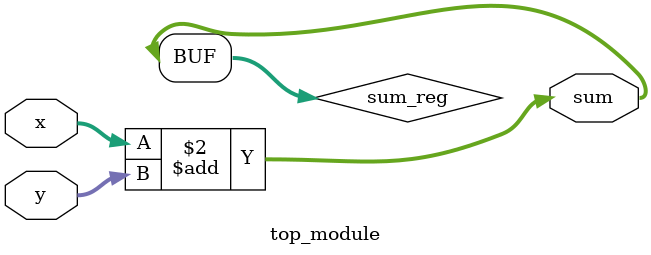
<source format=sv>
module top_module (
	input [3:0] x,
	input [3:0] y,
	output [4:0] sum
);
	reg [4:0] sum_reg;

	always @ (x or y) begin
		sum_reg = x + y;
	end

	assign sum = sum_reg;

endmodule

</source>
